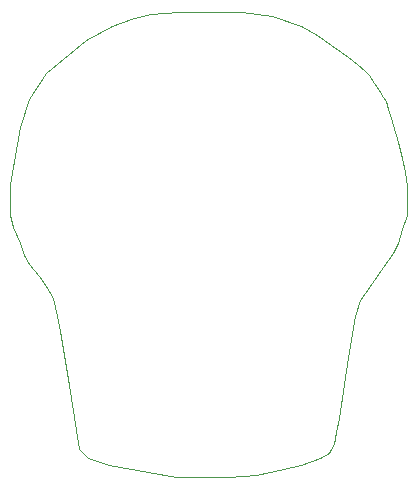
<source format=gbr>
G04 #@! TF.GenerationSoftware,KiCad,Pcbnew,(5.1.10)-1*
G04 #@! TF.CreationDate,2021-09-04T13:13:49-05:00*
G04 #@! TF.ProjectId,2b1,3262312e-6b69-4636-9164-5f7063625858,rev?*
G04 #@! TF.SameCoordinates,Original*
G04 #@! TF.FileFunction,Profile,NP*
%FSLAX46Y46*%
G04 Gerber Fmt 4.6, Leading zero omitted, Abs format (unit mm)*
G04 Created by KiCad (PCBNEW (5.1.10)-1) date 2021-09-04 13:13:49*
%MOMM*%
%LPD*%
G01*
G04 APERTURE LIST*
G04 #@! TA.AperFunction,Profile*
%ADD10C,0.050000*%
G04 #@! TD*
G04 APERTURE END LIST*
D10*
X154400000Y-99000000D02*
X154200000Y-99400000D01*
X154600000Y-98000000D02*
X154400000Y-99000000D01*
X154800000Y-96800000D02*
X154600000Y-98000000D01*
X155600000Y-91600000D02*
X154800000Y-96800000D01*
X156200000Y-88200000D02*
X155600000Y-91600000D01*
X156600000Y-86800000D02*
X156200000Y-88200000D01*
X157000000Y-86200000D02*
X156600000Y-86800000D01*
X157600000Y-85400000D02*
X157000000Y-86200000D01*
X158600000Y-84000000D02*
X157600000Y-85400000D01*
X159400000Y-82800000D02*
X158600000Y-84000000D01*
X159800000Y-82000000D02*
X159400000Y-82800000D01*
X160200000Y-80800000D02*
X159800000Y-82000000D01*
X160600000Y-79600000D02*
X160200000Y-80800000D01*
X160600000Y-78200000D02*
X160600000Y-79600000D01*
X160600000Y-77200000D02*
X160600000Y-78200000D01*
X160400000Y-76000000D02*
X160600000Y-77200000D01*
X160200000Y-74800000D02*
X160400000Y-76000000D01*
X159800000Y-73400000D02*
X160200000Y-74800000D01*
X159400000Y-72000000D02*
X159800000Y-73400000D01*
X159200000Y-71400000D02*
X159400000Y-72000000D01*
X159000000Y-70600000D02*
X159200000Y-71400000D01*
X158800000Y-70000000D02*
X159000000Y-70600000D01*
X158600000Y-69600000D02*
X158800000Y-70000000D01*
X158200000Y-69000000D02*
X158600000Y-69600000D01*
X157800000Y-68400000D02*
X158200000Y-69000000D01*
X157400000Y-67800000D02*
X157800000Y-68400000D01*
X157000000Y-67400000D02*
X157400000Y-67800000D01*
X156400000Y-66800000D02*
X157000000Y-67400000D01*
X155600000Y-66200000D02*
X156400000Y-66800000D01*
X155000000Y-65800000D02*
X155600000Y-66200000D01*
X154200000Y-65200000D02*
X155000000Y-65800000D01*
X153000000Y-64400000D02*
X154200000Y-65200000D01*
X151600000Y-63600000D02*
X153000000Y-64400000D01*
X127000000Y-77000000D02*
X127800000Y-72200000D01*
X127000000Y-77600000D02*
X127000000Y-77000000D01*
X127000000Y-79200000D02*
X127000000Y-77600000D01*
X127000000Y-79600000D02*
X127000000Y-79200000D01*
X127200000Y-80600000D02*
X127000000Y-79600000D01*
X127800000Y-82000000D02*
X127200000Y-80600000D01*
X128200000Y-83000000D02*
X127800000Y-82000000D01*
X128600000Y-83800000D02*
X128200000Y-83000000D01*
X129400000Y-84800000D02*
X128600000Y-83800000D01*
X130000000Y-85600000D02*
X129400000Y-84800000D01*
X130600000Y-86600000D02*
X130000000Y-85600000D01*
X131000000Y-88200000D02*
X130600000Y-86600000D01*
X131200000Y-89400000D02*
X131000000Y-88200000D01*
X132000000Y-94000000D02*
X131200000Y-89400000D01*
X133400000Y-100000000D02*
X132800000Y-99400000D01*
X133600000Y-100200000D02*
X133400000Y-100000000D01*
X154000000Y-99800000D02*
X153200000Y-100200000D01*
X154200000Y-99400000D02*
X154000000Y-99800000D01*
X149200000Y-62800000D02*
X151600000Y-63600000D01*
X146600000Y-62400000D02*
X149200000Y-62800000D01*
X141200000Y-62400000D02*
X146600000Y-62400000D01*
X138800000Y-62600000D02*
X141200000Y-62400000D01*
X137200000Y-63000000D02*
X138800000Y-62600000D01*
X135600000Y-63600000D02*
X137200000Y-63000000D01*
X133400000Y-64800000D02*
X135600000Y-63600000D01*
X130000000Y-67600000D02*
X133400000Y-64800000D01*
X128600000Y-69800000D02*
X130000000Y-67600000D01*
X127800000Y-72200000D02*
X128600000Y-69800000D01*
X132800000Y-99400000D02*
X132000000Y-94000000D01*
X135400000Y-100800000D02*
X133600000Y-100200000D01*
X141000000Y-101800000D02*
X135400000Y-100800000D01*
X142400000Y-101800000D02*
X141000000Y-101800000D01*
X145400000Y-101800000D02*
X142400000Y-101800000D01*
X147800000Y-101600000D02*
X145400000Y-101800000D01*
X149000000Y-101400000D02*
X147800000Y-101600000D01*
X151600000Y-100800000D02*
X149000000Y-101400000D01*
X153200000Y-100200000D02*
X151600000Y-100800000D01*
M02*

</source>
